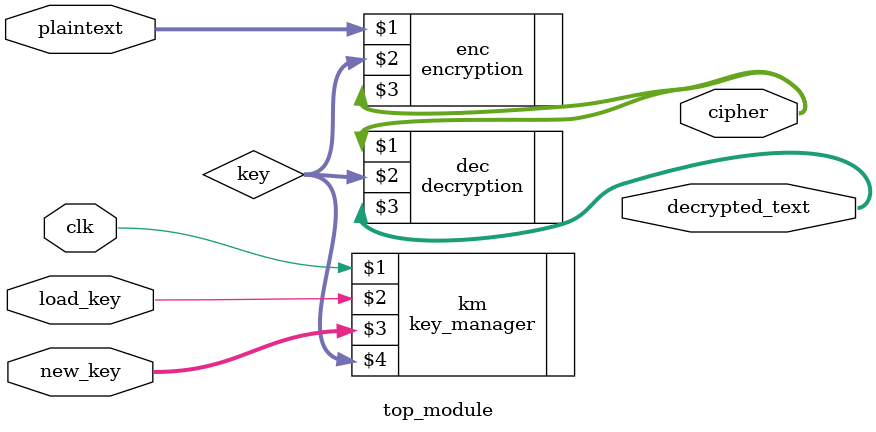
<source format=v>
module top_module (
    input clk,
    input load_key,
    input [7:0] plaintext,
    input [7:0] new_key,
    output [7:0] cipher,
    output [7:0] decrypted_text
);

wire [7:0] key;

key_manager km(clk, load_key, new_key, key);
encryption enc(plaintext, key, cipher);
decryption dec(cipher, key, decrypted_text);

endmodule

</source>
